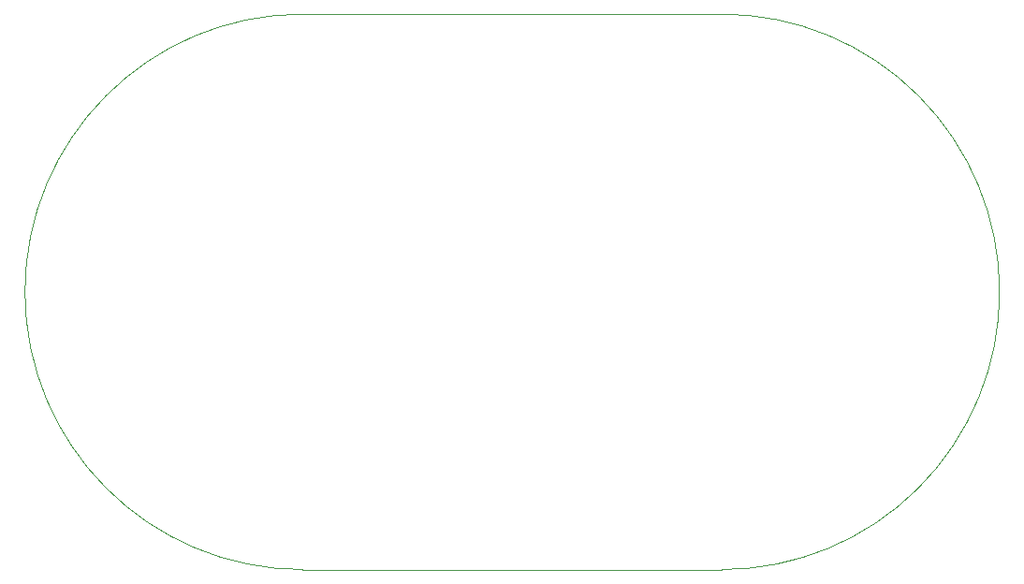
<source format=gm1>
%TF.GenerationSoftware,KiCad,Pcbnew,(7.0.0)*%
%TF.CreationDate,2023-11-05T00:37:01+05:30*%
%TF.ProjectId,Drone_Controller_2.0,44726f6e-655f-4436-9f6e-74726f6c6c65,rev?*%
%TF.SameCoordinates,Original*%
%TF.FileFunction,Profile,NP*%
%FSLAX46Y46*%
G04 Gerber Fmt 4.6, Leading zero omitted, Abs format (unit mm)*
G04 Created by KiCad (PCBNEW (7.0.0)) date 2023-11-05 00:37:01*
%MOMM*%
%LPD*%
G01*
G04 APERTURE LIST*
%TA.AperFunction,Profile*%
%ADD10C,0.100000*%
%TD*%
G04 APERTURE END LIST*
D10*
X177774600Y-76199949D02*
X215696800Y-76199949D01*
X177774600Y-126441251D02*
X215696749Y-126441251D01*
X177774600Y-76199949D02*
G75*
G03*
X177774600Y-126441251I0J-25120651D01*
G01*
X215696749Y-126441251D02*
G75*
G03*
X215696749Y-76199949I1J25120651D01*
G01*
M02*

</source>
